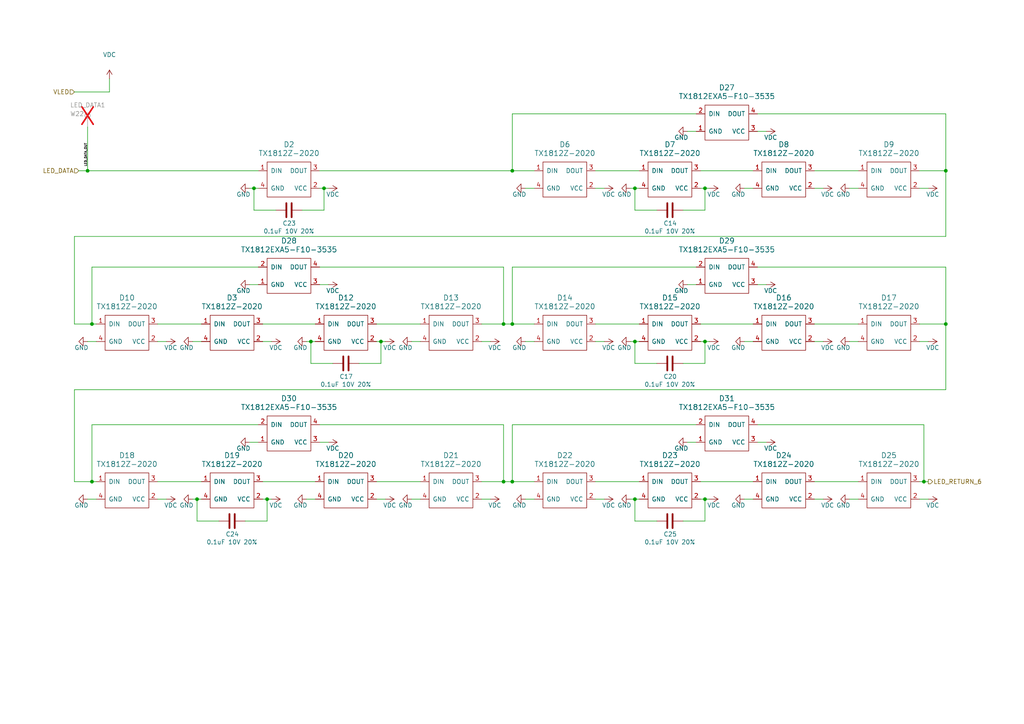
<source format=kicad_sch>
(kicad_sch (version 20231120) (generator "eeschema") (generator_version "8.0")
  (paper "A4")
  (title_block (title "Pixels D6 Schematic, Main") (date "2022-08-26") (rev "3") (company "Systemic Games, LLC") (comment 1 "LED Chain"))
  (lib_symbols
    (symbol "Device:C" (pin_numbers hide) (pin_names (offset 0.254))
      (property "Reference" "C" (at 0.635 2.54 0))
      (property "Value" "C" (at 0.635 -2.54 0))
      (symbol "C_0_1"
        (polyline (pts (xy -2.032 -0.762) (xy 2.032 -0.762)) (stroke (width 0.508)))
        (polyline (pts (xy -2.032 0.762) (xy 2.032 0.762)) (stroke (width 0.508)))
      )
      (symbol "C_1_1"
        (pin passive line (at 0 3.81 270) (length 2.794) (name "~") (number "1"))
        (pin passive line (at 0 -3.81 90) (length 2.794) (name "~") (number "2"))
      )
    )
    (symbol "Pixels-dice:TEST_1P-conn" (pin_numbers hide) (pin_names (offset 0.762) hide) (in_bom no)
      (property "Reference" "W" (at 0 6.858 0))
      (property "Value" "TEST_1P-conn" (at 0 5.08 0))
      (symbol "TEST_1P-conn_0_1"
        (circle (center 0 3.302) (radius 0.762))
      )
      (symbol "TEST_1P-conn_1_1"
        (pin passive line (at 0 0 90) (length 2.54) (name "1") (number "1"))
      )
    )
    (symbol "Pixels-dice:TX1812EXA5-F10-3535" (pin_names (offset 1.016))
      (property "Reference" "D" (at 0 -6.35 0))
      (property "Value" "TX1812EXA5-F10-3535" (at 0 6.35 0))
      (symbol "TX1812EXA5-F10-3535_0_1"
        (rectangle (start -6.35 5.08) (end 6.35 -5.08))
      )
      (symbol "TX1812EXA5-F10-3535_1_1"
        (pin power_in line (at -8.89 -2.54 0) (length 2.54) (name "GND") (number "1"))
        (pin input line (at -8.89 2.54 0) (length 2.54) (name "DIN") (number "2"))
        (pin power_in line (at 8.89 -2.54 180) (length 2.54) (name "VCC") (number "3"))
        (pin output line (at 8.89 2.54 180) (length 2.54) (name "DOUT") (number "4"))
      )
    )
    (symbol "Pixels-dice:TX1812Z_2020" (pin_names (offset 1.016))
      (property "Reference" "D" (at 0 -6.35 0))
      (property "Value" "TX1812Z-2020" (at 0 6.35 0))
      (symbol "TX1812Z_2020_0_1"
        (rectangle (start -6.35 5.08) (end 6.35 -5.08))
      )
      (symbol "TX1812Z_2020_1_1"
        (pin input line (at -8.89 2.54 0) (length 2.54) (name "DIN") (number "1"))
        (pin power_in line (at 8.89 -2.54 180) (length 2.54) (name "VCC") (number "2"))
        (pin output line (at 8.89 2.54 180) (length 2.54) (name "DOUT") (number "3"))
        (pin power_in line (at -8.89 -2.54 0) (length 2.54) (name "GND") (number "4"))
      )
    )
    (symbol "power:GND" (power) (pin_names (offset 0))
      (property "Value" "GND" (at 0 -3.81 0))
      (symbol "GND_0_1"
        (polyline (pts (xy 0 0) (xy 0 -1.27) (xy 1.27 -1.27) (xy 0 -2.54) (xy -1.27 -1.27) (xy 0 -1.27)))
      )
      (symbol "GND_1_1"
        (pin power_in line (at 0 0 270) (length 0) hide (name "GND") (number "1"))
      )
    )
    (symbol "power:VDC" (power) (pin_names (offset 0))
      (property "Value" "VDC" (at 0 6.35 0))
      (symbol "VDC_0_1"
        (polyline (pts (xy -0.762 1.27) (xy 0 2.54)))
        (polyline (pts (xy 0 0) (xy 0 2.54)))
        (polyline (pts (xy 0 2.54) (xy 0.762 1.27)))
      )
      (symbol "VDC_1_1"
        (pin power_in line (at 0 0 90) (length 0) hide (name "VDC") (number "1"))
      )
    )
  )
  (junction (at 90.17 99.06))
  (junction (at 274.32 93.98))
  (junction (at 184.15 54.61))
  (junction (at 204.47 144.78))
  (junction (at 148.59 139.7))
  (junction (at 184.15 99.06))
  (junction (at 184.15 144.78))
  (junction (at 73.66 54.61))
  (junction (at 267.97 139.7))
  (junction (at 204.47 99.06))
  (junction (at 25.4 49.53))
  (junction (at 148.59 93.98))
  (junction (at 57.15 144.78))
  (junction (at 26.67 139.7))
  (junction (at 146.05 93.98))
  (junction (at 146.05 139.7))
  (junction (at 110.49 99.06))
  (junction (at 26.67 93.98))
  (junction (at 204.47 54.61))
  (junction (at 274.32 49.53))
  (junction (at 77.47 144.78))
  (junction (at 93.98 54.61))
  (junction (at 148.59 49.53))
  (wire (pts (xy 274.32 33.02) (xy 274.32 49.53)))
  (wire (pts (xy 266.7 49.53) (xy 274.32 49.53)))
  (wire (pts (xy 76.2 144.78) (xy 77.47 144.78)))
  (wire (pts (xy 146.05 139.7) (xy 148.59 139.7)))
  (wire (pts (xy 92.71 77.47) (xy 146.05 77.47)))
  (wire (pts (xy 266.7 144.78) (xy 269.24 144.78)))
  (wire (pts (xy 172.72 54.61) (xy 175.26 54.61)))
  (wire (pts (xy 184.15 54.61) (xy 185.42 54.61)))
  (wire (pts (xy 21.59 113.03) (xy 21.59 139.7)))
  (wire (pts (xy 148.59 93.98) (xy 148.59 77.47)))
  (wire (pts (xy 274.32 49.53) (xy 274.32 68.58)))
  (wire (pts (xy 184.15 99.06) (xy 185.42 99.06)))
  (wire (pts (xy 219.71 123.19) (xy 267.97 123.19)))
  (wire (pts (xy 74.93 123.19) (xy 26.67 123.19)))
  (wire (pts (xy 266.7 54.61) (xy 269.24 54.61)))
  (wire (pts (xy 63.5 151.13) (xy 57.15 151.13)))
  (wire (pts (xy 148.59 139.7) (xy 154.94 139.7)))
  (wire (pts (xy 119.38 144.78) (xy 121.92 144.78)))
  (wire (pts (xy 203.2 49.53) (xy 218.44 49.53)))
  (wire (pts (xy 215.9 144.78) (xy 218.44 144.78)))
  (wire (pts (xy 76.2 99.06) (xy 78.74 99.06)))
  (wire (pts (xy 204.47 99.06) (xy 205.74 99.06)))
  (wire (pts (xy 203.2 139.7) (xy 218.44 139.7)))
  (wire (pts (xy 204.47 151.13) (xy 204.47 144.78)))
  (wire (pts (xy 72.39 82.55) (xy 74.93 82.55)))
  (wire (pts (xy 236.22 49.53) (xy 248.92 49.53)))
  (wire (pts (xy 109.22 93.98) (xy 121.92 93.98)))
  (wire (pts (xy 204.47 60.96) (xy 204.47 54.61)))
  (wire (pts (xy 25.4 36.83) (xy 25.4 49.53)))
  (wire (pts (xy 182.88 54.61) (xy 184.15 54.61)))
  (wire (pts (xy 90.17 105.41) (xy 90.17 99.06)))
  (wire (pts (xy 93.98 60.96) (xy 93.98 54.61)))
  (wire (pts (xy 148.59 33.02) (xy 201.93 33.02)))
  (wire (pts (xy 57.15 151.13) (xy 57.15 144.78)))
  (wire (pts (xy 109.22 99.06) (xy 110.49 99.06)))
  (wire (pts (xy 139.7 144.78) (xy 142.24 144.78)))
  (wire (pts (xy 26.67 139.7) (xy 27.94 139.7)))
  (wire (pts (xy 90.17 99.06) (xy 91.44 99.06)))
  (wire (pts (xy 21.59 139.7) (xy 26.67 139.7)))
  (wire (pts (xy 203.2 144.78) (xy 204.47 144.78)))
  (wire (pts (xy 93.98 54.61) (xy 95.25 54.61)))
  (wire (pts (xy 88.9 99.06) (xy 90.17 99.06)))
  (wire (pts (xy 274.32 113.03) (xy 21.59 113.03)))
  (wire (pts (xy 109.22 144.78) (xy 111.76 144.78)))
  (wire (pts (xy 72.39 54.61) (xy 73.66 54.61)))
  (wire (pts (xy 152.4 54.61) (xy 154.94 54.61)))
  (wire (pts (xy 73.66 60.96) (xy 73.66 54.61)))
  (wire (pts (xy 148.59 93.98) (xy 154.94 93.98)))
  (wire (pts (xy 219.71 77.47) (xy 274.32 77.47)))
  (wire (pts (xy 104.14 105.41) (xy 110.49 105.41)))
  (wire (pts (xy 21.59 93.98) (xy 26.67 93.98)))
  (wire (pts (xy 87.63 60.96) (xy 93.98 60.96)))
  (wire (pts (xy 45.72 93.98) (xy 58.42 93.98)))
  (wire (pts (xy 219.71 38.1) (xy 222.25 38.1)))
  (wire (pts (xy 55.88 99.06) (xy 58.42 99.06)))
  (wire (pts (xy 266.7 99.06) (xy 269.24 99.06)))
  (wire (pts (xy 76.2 93.98) (xy 91.44 93.98)))
  (wire (pts (xy 31.75 26.67) (xy 31.75 22.86)))
  (wire (pts (xy 204.47 105.41) (xy 204.47 99.06)))
  (wire (pts (xy 77.47 144.78) (xy 78.74 144.78)))
  (wire (pts (xy 172.72 99.06) (xy 175.26 99.06)))
  (wire (pts (xy 199.39 82.55) (xy 201.93 82.55)))
  (wire (pts (xy 182.88 99.06) (xy 184.15 99.06)))
  (wire (pts (xy 203.2 93.98) (xy 218.44 93.98)))
  (wire (pts (xy 45.72 99.06) (xy 48.26 99.06)))
  (wire (pts (xy 21.59 68.58) (xy 21.59 93.98)))
  (wire (pts (xy 76.2 139.7) (xy 91.44 139.7)))
  (wire (pts (xy 236.22 54.61) (xy 238.76 54.61)))
  (wire (pts (xy 184.15 151.13) (xy 184.15 144.78)))
  (wire (pts (xy 236.22 144.78) (xy 238.76 144.78)))
  (wire (pts (xy 92.71 82.55) (xy 95.25 82.55)))
  (wire (pts (xy 203.2 99.06) (xy 204.47 99.06)))
  (wire (pts (xy 109.22 139.7) (xy 121.92 139.7)))
  (wire (pts (xy 119.38 99.06) (xy 121.92 99.06)))
  (wire (pts (xy 172.72 144.78) (xy 175.26 144.78)))
  (wire (pts (xy 25.4 99.06) (xy 27.94 99.06)))
  (wire (pts (xy 25.4 49.53) (xy 74.93 49.53)))
  (wire (pts (xy 215.9 99.06) (xy 218.44 99.06)))
  (wire (pts (xy 71.12 151.13) (xy 77.47 151.13)))
  (wire (pts (xy 139.7 93.98) (xy 146.05 93.98)))
  (wire (pts (xy 57.15 144.78) (xy 58.42 144.78)))
  (wire (pts (xy 190.5 105.41) (xy 184.15 105.41)))
  (wire (pts (xy 236.22 93.98) (xy 248.92 93.98)))
  (wire (pts (xy 219.71 128.27) (xy 222.25 128.27)))
  (wire (pts (xy 72.39 128.27) (xy 74.93 128.27)))
  (wire (pts (xy 26.67 93.98) (xy 27.94 93.98)))
  (wire (pts (xy 92.71 128.27) (xy 95.25 128.27)))
  (wire (pts (xy 246.38 144.78) (xy 248.92 144.78)))
  (wire (pts (xy 215.9 54.61) (xy 218.44 54.61)))
  (wire (pts (xy 74.93 77.47) (xy 26.67 77.47)))
  (wire (pts (xy 267.97 139.7) (xy 269.24 139.7)))
  (wire (pts (xy 55.88 144.78) (xy 57.15 144.78)))
  (wire (pts (xy 184.15 144.78) (xy 185.42 144.78)))
  (wire (pts (xy 204.47 54.61) (xy 205.74 54.61)))
  (wire (pts (xy 219.71 82.55) (xy 222.25 82.55)))
  (wire (pts (xy 198.12 105.41) (xy 204.47 105.41)))
  (wire (pts (xy 198.12 60.96) (xy 204.47 60.96)))
  (wire (pts (xy 190.5 60.96) (xy 184.15 60.96)))
  (wire (pts (xy 148.59 49.53) (xy 154.94 49.53)))
  (wire (pts (xy 199.39 38.1) (xy 201.93 38.1)))
  (wire (pts (xy 92.71 54.61) (xy 93.98 54.61)))
  (wire (pts (xy 146.05 77.47) (xy 146.05 93.98)))
  (wire (pts (xy 45.72 144.78) (xy 48.26 144.78)))
  (wire (pts (xy 73.66 54.61) (xy 74.93 54.61)))
  (wire (pts (xy 25.4 144.78) (xy 27.94 144.78)))
  (wire (pts (xy 274.32 77.47) (xy 274.32 93.98)))
  (wire (pts (xy 172.72 139.7) (xy 185.42 139.7)))
  (wire (pts (xy 182.88 144.78) (xy 184.15 144.78)))
  (wire (pts (xy 148.59 123.19) (xy 201.93 123.19)))
  (wire (pts (xy 110.49 99.06) (xy 111.76 99.06)))
  (wire (pts (xy 22.86 49.53) (xy 25.4 49.53)))
  (wire (pts (xy 184.15 105.41) (xy 184.15 99.06)))
  (wire (pts (xy 92.71 123.19) (xy 146.05 123.19)))
  (wire (pts (xy 267.97 123.19) (xy 267.97 139.7)))
  (wire (pts (xy 172.72 49.53) (xy 185.42 49.53)))
  (wire (pts (xy 204.47 144.78) (xy 205.74 144.78)))
  (wire (pts (xy 92.71 49.53) (xy 148.59 49.53)))
  (wire (pts (xy 246.38 54.61) (xy 248.92 54.61)))
  (wire (pts (xy 198.12 151.13) (xy 204.47 151.13)))
  (wire (pts (xy 203.2 54.61) (xy 204.47 54.61)))
  (wire (pts (xy 148.59 77.47) (xy 201.93 77.47)))
  (wire (pts (xy 148.59 139.7) (xy 148.59 123.19)))
  (wire (pts (xy 219.71 33.02) (xy 274.32 33.02)))
  (wire (pts (xy 139.7 139.7) (xy 146.05 139.7)))
  (wire (pts (xy 146.05 123.19) (xy 146.05 139.7)))
  (wire (pts (xy 199.39 128.27) (xy 201.93 128.27)))
  (wire (pts (xy 88.9 144.78) (xy 91.44 144.78)))
  (wire (pts (xy 26.67 77.47) (xy 26.67 93.98)))
  (wire (pts (xy 146.05 93.98) (xy 148.59 93.98)))
  (wire (pts (xy 77.47 151.13) (xy 77.47 144.78)))
  (wire (pts (xy 21.59 26.67) (xy 31.75 26.67)))
  (wire (pts (xy 152.4 99.06) (xy 154.94 99.06)))
  (wire (pts (xy 26.67 123.19) (xy 26.67 139.7)))
  (wire (pts (xy 236.22 99.06) (xy 238.76 99.06)))
  (wire (pts (xy 152.4 144.78) (xy 154.94 144.78)))
  (wire (pts (xy 110.49 105.41) (xy 110.49 99.06)))
  (wire (pts (xy 80.01 60.96) (xy 73.66 60.96)))
  (wire (pts (xy 96.52 105.41) (xy 90.17 105.41)))
  (wire (pts (xy 172.72 93.98) (xy 185.42 93.98)))
  (wire (pts (xy 148.59 49.53) (xy 148.59 33.02)))
  (wire (pts (xy 139.7 99.06) (xy 142.24 99.06)))
  (wire (pts (xy 274.32 68.58) (xy 21.59 68.58)))
  (wire (pts (xy 266.7 139.7) (xy 267.97 139.7)))
  (wire (pts (xy 274.32 93.98) (xy 274.32 113.03)))
  (wire (pts (xy 236.22 139.7) (xy 248.92 139.7)))
  (wire (pts (xy 184.15 60.96) (xy 184.15 54.61)))
  (wire (pts (xy 45.72 139.7) (xy 58.42 139.7)))
  (wire (pts (xy 266.7 93.98) (xy 274.32 93.98)))
  (wire (pts (xy 246.38 99.06) (xy 248.92 99.06)))
  (wire (pts (xy 190.5 151.13) (xy 184.15 151.13)))
  (label "LED_DATA_OUT" (at 25.4 48.26 90) (effects (font (size 0.635 0.635))))
  (hierarchical_label "LED_RETURN_6" (shape output) (at 269.24 139.7 0))
  (hierarchical_label "LED_DATA" (shape input) (at 22.86 49.53 180))
  (hierarchical_label "VLED" (shape input) (at 21.59 26.67 180))
  (symbol (lib_id "Pixels-dice:TEST_1P-conn") (at 25.4 36.83 0) (unit 1) (in_bom no) (dnp yes)
    (property "Reference" "W22" (at 20.32 33.02 0) (effects (justify left)))
    (property "Value" "LED_DATA1" (at 20.32 30.48 0) (effects (justify left)))
    (property "Footprint" "Pixels-dice:TEST_PIN" (effects (hide yes)))
    (property "Generic OK" "N/A" (effects (hide yes)))
  )
  (symbol (lib_id "power:VDC") (at 31.75 22.86 0) (unit 1)
    (property "Reference" "#PWR0102" (effects (hide yes)))
    (property "Value" "VDC" (at 31.75 15.875 0))
  )
  (symbol (lib_id "power:VDC") (at 95.25 54.61 270) (unit 1)
    (property "Reference" "#PWR0103" (effects (hide yes)))
    (property "Value" "VDC" (at 96.52 56.388 90))
  )
  (symbol (lib_id "power:GND") (at 72.39 54.61 270) (unit 1)
    (property "Reference" "#PWR0105" (effects (hide yes)))
    (property "Value" "GND" (at 70.612 56.388 90))
  )
  (symbol (lib_id "Device:C") (at 83.82 60.96 90) (unit 1)
    (property "Reference" "C23" (at 85.852 64.77 90) (effects (justify left)))
    (property "Value" "0.1uF 10V 20%" (at 91.186 67.056 90) (effects (justify left)))
    (property "Footprint" "Capacitor_SMD:C_0402_1005Metric" (effects (hide yes)))
    (property "Generic OK" "YES" (effects (hide yes)))
    (property "Pixels Part Number" "SMD-C005" (effects (hide yes)))
    (property "Manufacturer" "Murata" (effects (hide yes)))
    (property "Manufacturer Part Number" "GRM155R61H104KE19D" (effects (hide yes)))
  )
  (symbol (lib_id "Pixels-dice:TX1812Z_2020") (at 130.81 142.24 0) (unit 1)
    (property "Reference" "D21" (at 130.81 132.08 0) (effects (font (size 1.524 1.524))))
    (property "Value" "TX1812Z-2020" (at 130.81 134.62 0) (effects (font (size 1.524 1.524))))
    (property "Footprint" "Pixels-dice:TX1812Z_2020" (effects (hide yes)))
    (property "Manufacturer" "TCWIN" (effects (hide yes)))
    (property "Manufacturer Part Number" "TX1812Z 2020" (effects (hide yes)))
  )
  (symbol (lib_id "power:GND") (at 119.38 144.78 270) (unit 1)
    (property "Reference" "#PWR090" (effects (hide yes)))
    (property "Value" "GND" (at 117.602 146.558 90))
  )
  (symbol (lib_id "power:VDC") (at 142.24 99.06 270) (unit 1)
    (property "Reference" "#PWR071" (effects (hide yes)))
    (property "Value" "VDC" (at 143.51 100.838 90))
  )
  (symbol (lib_id "power:GND") (at 119.38 99.06 270) (unit 1)
    (property "Reference" "#PWR070" (effects (hide yes)))
    (property "Value" "GND" (at 117.602 100.838 90))
  )
  (symbol (lib_id "power:VDC") (at 269.24 99.06 270) (unit 1)
    (property "Reference" "#PWR081" (effects (hide yes)))
    (property "Value" "VDC" (at 270.51 100.838 90))
  )
  (symbol (lib_id "Pixels-dice:TX1812EXA5-F10-3535") (at 83.82 80.01 0) (unit 1)
    (property "Reference" "D28" (at 83.82 69.85 0) (effects (font (size 1.524 1.524))))
    (property "Value" "TX1812EXA5-F10-3535" (at 83.82 72.39 0) (effects (font (size 1.524 1.524))))
    (property "Footprint" "Pixels-dice:TX1812EXA5-F10-3535" (effects (hide yes)))
  )
  (symbol (lib_id "power:VDC") (at 48.26 144.78 270) (unit 1)
    (property "Reference" "#PWR085" (effects (hide yes)))
    (property "Value" "VDC" (at 49.53 146.558 90))
  )
  (symbol (lib_id "Pixels-dice:TX1812Z_2020") (at 227.33 142.24 0) (unit 1)
    (property "Reference" "D24" (at 227.33 132.08 0) (effects (font (size 1.524 1.524))))
    (property "Value" "TX1812Z-2020" (at 227.33 134.62 0) (effects (font (size 1.524 1.524))))
    (property "Footprint" "Pixels-dice:TX1812Z_2020" (effects (hide yes)))
    (property "Manufacturer" "TCWIN" (effects (hide yes)))
    (property "Manufacturer Part Number" "TX1812Z 2020" (effects (hide yes)))
  )
  (symbol (lib_id "Pixels-dice:TX1812EXA5-F10-3535") (at 210.82 80.01 0) (unit 1)
    (property "Reference" "D29" (at 210.82 69.85 0) (effects (font (size 1.524 1.524))))
    (property "Value" "TX1812EXA5-F10-3535" (at 210.82 72.39 0) (effects (font (size 1.524 1.524))))
    (property "Footprint" "Pixels-dice:TX1812EXA5-F10-3535" (effects (hide yes)))
  )
  (symbol (lib_id "Device:C") (at 194.31 151.13 90) (unit 1)
    (property "Reference" "C25" (at 196.342 154.94 90) (effects (justify left)))
    (property "Value" "0.1uF 10V 20%" (at 201.676 157.226 90) (effects (justify left)))
    (property "Footprint" "Capacitor_SMD:C_0402_1005Metric" (effects (hide yes)))
    (property "Generic OK" "YES" (effects (hide yes)))
    (property "Pixels Part Number" "SMD-C005" (effects (hide yes)))
    (property "Manufacturer" "Murata" (effects (hide yes)))
    (property "Manufacturer Part Number" "GRM155R61H104KE19D" (effects (hide yes)))
  )
  (symbol (lib_id "power:VDC") (at 111.76 144.78 270) (unit 1)
    (property "Reference" "#PWR089" (effects (hide yes)))
    (property "Value" "VDC" (at 113.03 146.558 90))
  )
  (symbol (lib_id "power:GND") (at 72.39 128.27 270) (unit 1)
    (property "Reference" "#PWR082" (effects (hide yes)))
    (property "Value" "GND" (at 70.612 130.048 90))
  )
  (symbol (lib_id "power:VDC") (at 78.74 99.06 270) (unit 1)
    (property "Reference" "#PWR017" (effects (hide yes)))
    (property "Value" "VDC" (at 80.01 100.838 90))
  )
  (symbol (lib_id "Pixels-dice:TX1812Z_2020") (at 67.31 142.24 0) (unit 1)
    (property "Reference" "D19" (at 67.31 132.08 0) (effects (font (size 1.524 1.524))))
    (property "Value" "TX1812Z-2020" (at 67.31 134.62 0) (effects (font (size 1.524 1.524))))
    (property "Footprint" "Pixels-dice:TX1812Z_2020" (effects (hide yes)))
    (property "Manufacturer" "TCWIN" (effects (hide yes)))
    (property "Manufacturer Part Number" "TX1812Z 2020" (effects (hide yes)))
  )
  (symbol (lib_id "power:VDC") (at 238.76 144.78 270) (unit 1)
    (property "Reference" "#PWR099" (effects (hide yes)))
    (property "Value" "VDC" (at 240.03 146.558 90))
  )
  (symbol (lib_id "Pixels-dice:TX1812Z_2020") (at 130.81 96.52 0) (unit 1)
    (property "Reference" "D13" (at 130.81 86.36 0) (effects (font (size 1.524 1.524))))
    (property "Value" "TX1812Z-2020" (at 130.81 88.9 0) (effects (font (size 1.524 1.524))))
    (property "Footprint" "Pixels-dice:TX1812Z_2020" (effects (hide yes)))
    (property "Manufacturer" "TCWIN" (effects (hide yes)))
    (property "Manufacturer Part Number" "TX1812Z 2020" (effects (hide yes)))
  )
  (symbol (lib_id "power:VDC") (at 269.24 54.61 270) (unit 1)
    (property "Reference" "#PWR061" (effects (hide yes)))
    (property "Value" "VDC" (at 270.51 56.388 90))
  )
  (symbol (lib_id "power:VDC") (at 95.25 128.27 270) (unit 1)
    (property "Reference" "#PWR083" (effects (hide yes)))
    (property "Value" "VDC" (at 96.52 130.048 90))
  )
  (symbol (lib_id "Device:C") (at 194.31 60.96 90) (unit 1)
    (property "Reference" "C14" (at 196.342 64.77 90) (effects (justify left)))
    (property "Value" "0.1uF 10V 20%" (at 201.676 67.056 90) (effects (justify left)))
    (property "Footprint" "Capacitor_SMD:C_0402_1005Metric" (effects (hide yes)))
    (property "Generic OK" "YES" (effects (hide yes)))
    (property "Pixels Part Number" "SMD-C005" (effects (hide yes)))
    (property "Manufacturer" "Murata" (effects (hide yes)))
    (property "Manufacturer Part Number" "GRM155R61H104KE19D" (effects (hide yes)))
  )
  (symbol (lib_id "Pixels-dice:TX1812Z_2020") (at 100.33 96.52 0) (unit 1)
    (property "Reference" "D12" (at 100.33 86.36 0) (effects (font (size 1.524 1.524))))
    (property "Value" "TX1812Z-2020" (at 100.33 88.9 0) (effects (font (size 1.524 1.524))))
    (property "Footprint" "Pixels-dice:TX1812Z_2020" (effects (hide yes)))
    (property "Manufacturer" "TCWIN" (effects (hide yes)))
    (property "Manufacturer Part Number" "TX1812Z 2020" (effects (hide yes)))
  )
  (symbol (lib_id "power:VDC") (at 78.74 144.78 270) (unit 1)
    (property "Reference" "#PWR087" (effects (hide yes)))
    (property "Value" "VDC" (at 80.01 146.558 90))
  )
  (symbol (lib_id "power:VDC") (at 175.26 99.06 270) (unit 1)
    (property "Reference" "#PWR075" (effects (hide yes)))
    (property "Value" "VDC" (at 176.53 100.838 90))
  )
  (symbol (lib_id "Pixels-dice:TX1812Z_2020") (at 163.83 142.24 0) (unit 1)
    (property "Reference" "D22" (at 163.83 132.08 0) (effects (font (size 1.524 1.524))))
    (property "Value" "TX1812Z-2020" (at 163.83 134.62 0) (effects (font (size 1.524 1.524))))
    (property "Footprint" "Pixels-dice:TX1812Z_2020" (effects (hide yes)))
    (property "Manufacturer" "TCWIN" (effects (hide yes)))
    (property "Manufacturer Part Number" "TX1812Z 2020" (effects (hide yes)))
  )
  (symbol (lib_id "Pixels-dice:TX1812Z_2020") (at 163.83 96.52 0) (unit 1)
    (property "Reference" "D14" (at 163.83 86.36 0) (effects (font (size 1.524 1.524))))
    (property "Value" "TX1812Z-2020" (at 163.83 88.9 0) (effects (font (size 1.524 1.524))))
    (property "Footprint" "Pixels-dice:TX1812Z_2020" (effects (hide yes)))
    (property "Manufacturer" "TCWIN" (effects (hide yes)))
    (property "Manufacturer Part Number" "TX1812Z 2020" (effects (hide yes)))
  )
  (symbol (lib_id "Pixels-dice:TX1812Z_2020") (at 257.81 96.52 0) (unit 1)
    (property "Reference" "D17" (at 257.81 86.36 0) (effects (font (size 1.524 1.524))))
    (property "Value" "TX1812Z-2020" (at 257.81 88.9 0) (effects (font (size 1.524 1.524))))
    (property "Footprint" "Pixels-dice:TX1812Z_2020" (effects (hide yes)))
    (property "Manufacturer" "TCWIN" (effects (hide yes)))
    (property "Manufacturer Part Number" "TX1812Z 2020" (effects (hide yes)))
  )
  (symbol (lib_id "power:GND") (at 182.88 99.06 270) (unit 1)
    (property "Reference" "#PWR076" (effects (hide yes)))
    (property "Value" "GND" (at 181.102 100.838 90))
  )
  (symbol (lib_id "power:GND") (at 25.4 144.78 270) (unit 1)
    (property "Reference" "#PWR084" (effects (hide yes)))
    (property "Value" "GND" (at 23.622 146.558 90))
  )
  (symbol (lib_id "power:GND") (at 88.9 99.06 270) (unit 1)
    (property "Reference" "#PWR068" (effects (hide yes)))
    (property "Value" "GND" (at 87.122 100.838 90))
  )
  (symbol (lib_id "power:GND") (at 215.9 54.61 270) (unit 1)
    (property "Reference" "#PWR054" (effects (hide yes)))
    (property "Value" "GND" (at 214.122 56.388 90))
  )
  (symbol (lib_id "power:GND") (at 246.38 54.61 270) (unit 1)
    (property "Reference" "#PWR056" (effects (hide yes)))
    (property "Value" "GND" (at 244.602 56.388 90))
  )
  (symbol (lib_id "Pixels-dice:TX1812Z_2020") (at 227.33 96.52 0) (unit 1)
    (property "Reference" "D16" (at 227.33 86.36 0) (effects (font (size 1.524 1.524))))
    (property "Value" "TX1812Z-2020" (at 227.33 88.9 0) (effects (font (size 1.524 1.524))))
    (property "Footprint" "Pixels-dice:TX1812Z_2020" (effects (hide yes)))
    (property "Manufacturer" "TCWIN" (effects (hide yes)))
    (property "Manufacturer Part Number" "TX1812Z 2020" (effects (hide yes)))
  )
  (symbol (lib_id "power:VDC") (at 222.25 128.27 270) (unit 1)
    (property "Reference" "#PWR093" (effects (hide yes)))
    (property "Value" "VDC" (at 223.52 130.048 90))
  )
  (symbol (lib_id "power:VDC") (at 48.26 99.06 270) (unit 1)
    (property "Reference" "#PWR065" (effects (hide yes)))
    (property "Value" "VDC" (at 49.53 100.838 90))
  )
  (symbol (lib_id "Pixels-dice:TX1812Z_2020") (at 36.83 96.52 0) (unit 1)
    (property "Reference" "D10" (at 36.83 86.36 0) (effects (font (size 1.524 1.524))))
    (property "Value" "TX1812Z-2020" (at 36.83 88.9 0) (effects (font (size 1.524 1.524))))
    (property "Footprint" "Pixels-dice:TX1812Z_2020" (effects (hide yes)))
    (property "Manufacturer" "TCWIN" (effects (hide yes)))
    (property "Manufacturer Part Number" "TX1812Z 2020" (effects (hide yes)))
  )
  (symbol (lib_id "power:VDC") (at 222.25 38.1 270) (unit 1)
    (property "Reference" "#PWR042" (effects (hide yes)))
    (property "Value" "VDC" (at 223.52 39.878 90))
  )
  (symbol (lib_id "power:GND") (at 182.88 144.78 270) (unit 1)
    (property "Reference" "#PWR096" (effects (hide yes)))
    (property "Value" "GND" (at 181.102 146.558 90))
  )
  (symbol (lib_id "Pixels-dice:TX1812Z_2020") (at 257.81 52.07 0) (unit 1)
    (property "Reference" "D9" (at 257.81 41.91 0) (effects (font (size 1.524 1.524))))
    (property "Value" "TX1812Z-2020" (at 257.81 44.45 0) (effects (font (size 1.524 1.524))))
    (property "Footprint" "Pixels-dice:TX1812Z_2020" (effects (hide yes)))
    (property "Manufacturer" "TCWIN" (effects (hide yes)))
    (property "Manufacturer Part Number" "TX1812Z 2020" (effects (hide yes)))
  )
  (symbol (lib_id "Pixels-dice:TX1812EXA5-F10-3535") (at 210.82 125.73 0) (unit 1)
    (property "Reference" "D31" (at 210.82 115.57 0) (effects (font (size 1.524 1.524))))
    (property "Value" "TX1812EXA5-F10-3535" (at 210.82 118.11 0) (effects (font (size 1.524 1.524))))
    (property "Footprint" "Pixels-dice:TX1812EXA5-F10-3535" (effects (hide yes)))
  )
  (symbol (lib_id "Pixels-dice:TX1812Z_2020") (at 163.83 52.07 0) (unit 1)
    (property "Reference" "D6" (at 163.83 41.91 0) (effects (font (size 1.524 1.524))))
    (property "Value" "TX1812Z-2020" (at 163.83 44.45 0) (effects (font (size 1.524 1.524))))
    (property "Footprint" "Pixels-dice:TX1812Z_2020" (effects (hide yes)))
    (property "Manufacturer" "TCWIN" (effects (hide yes)))
    (property "Manufacturer Part Number" "TX1812Z 2020" (effects (hide yes)))
  )
  (symbol (lib_id "Pixels-dice:TX1812Z_2020") (at 83.82 52.07 0) (unit 1)
    (property "Reference" "D2" (at 83.82 41.91 0) (effects (font (size 1.524 1.524))))
    (property "Value" "TX1812Z-2020" (at 83.82 44.45 0) (effects (font (size 1.524 1.524))))
    (property "Footprint" "Pixels-dice:TX1812Z_2020" (effects (hide yes)))
    (property "Manufacturer" "TCWIN" (effects (hide yes)))
    (property "Manufacturer Part Number" "TX1812Z 2020" (effects (hide yes)))
  )
  (symbol (lib_id "power:GND") (at 199.39 38.1 270) (unit 1)
    (property "Reference" "#PWR035" (effects (hide yes)))
    (property "Value" "GND" (at 197.612 39.878 90))
  )
  (symbol (lib_id "power:VDC") (at 238.76 99.06 270) (unit 1)
    (property "Reference" "#PWR079" (effects (hide yes)))
    (property "Value" "VDC" (at 240.03 100.838 90))
  )
  (symbol (lib_id "Pixels-dice:TX1812Z_2020") (at 100.33 142.24 0) (unit 1)
    (property "Reference" "D20" (at 100.33 132.08 0) (effects (font (size 1.524 1.524))))
    (property "Value" "TX1812Z-2020" (at 100.33 134.62 0) (effects (font (size 1.524 1.524))))
    (property "Footprint" "Pixels-dice:TX1812Z_2020" (effects (hide yes)))
    (property "Manufacturer" "TCWIN" (effects (hide yes)))
    (property "Manufacturer Part Number" "TX1812Z 2020" (effects (hide yes)))
  )
  (symbol (lib_id "power:VDC") (at 205.74 54.61 270) (unit 1)
    (property "Reference" "#PWR053" (effects (hide yes)))
    (property "Value" "VDC" (at 207.01 56.388 90))
  )
  (symbol (lib_id "Device:C") (at 100.33 105.41 90) (unit 1)
    (property "Reference" "C17" (at 102.362 109.22 90) (effects (justify left)))
    (property "Value" "0.1uF 10V 20%" (at 107.696 111.506 90) (effects (justify left)))
    (property "Footprint" "Capacitor_SMD:C_0402_1005Metric" (effects (hide yes)))
    (property "Generic OK" "YES" (effects (hide yes)))
    (property "Pixels Part Number" "SMD-C005" (effects (hide yes)))
    (property "Manufacturer" "Murata" (effects (hide yes)))
    (property "Manufacturer Part Number" "GRM155R61H104KE19D" (effects (hide yes)))
  )
  (symbol (lib_id "power:VDC") (at 205.74 144.78 270) (unit 1)
    (property "Reference" "#PWR097" (effects (hide yes)))
    (property "Value" "VDC" (at 207.01 146.558 90))
  )
  (symbol (lib_id "Device:C") (at 194.31 105.41 90) (unit 1)
    (property "Reference" "C20" (at 196.342 109.22 90) (effects (justify left)))
    (property "Value" "0.1uF 10V 20%" (at 201.676 111.506 90) (effects (justify left)))
    (property "Footprint" "Capacitor_SMD:C_0402_1005Metric" (effects (hide yes)))
    (property "Generic OK" "YES" (effects (hide yes)))
    (property "Pixels Part Number" "SMD-C005" (effects (hide yes)))
    (property "Manufacturer" "Murata" (effects (hide yes)))
    (property "Manufacturer Part Number" "GRM155R61H104KE19D" (effects (hide yes)))
  )
  (symbol (lib_id "Pixels-dice:TX1812Z_2020") (at 67.31 96.52 0) (unit 1)
    (property "Reference" "D3" (at 67.31 86.36 0) (effects (font (size 1.524 1.524))))
    (property "Value" "TX1812Z-2020" (at 67.31 88.9 0) (effects (font (size 1.524 1.524))))
    (property "Footprint" "Pixels-dice:TX1812Z_2020" (effects (hide yes)))
    (property "Manufacturer" "TCWIN" (effects (hide yes)))
    (property "Manufacturer Part Number" "TX1812Z 2020" (effects (hide yes)))
  )
  (symbol (lib_id "power:GND") (at 246.38 144.78 270) (unit 1)
    (property "Reference" "#PWR0100" (effects (hide yes)))
    (property "Value" "GND" (at 244.602 146.558 90))
  )
  (symbol (lib_id "power:GND") (at 199.39 128.27 270) (unit 1)
    (property "Reference" "#PWR092" (effects (hide yes)))
    (property "Value" "GND" (at 197.612 130.048 90))
  )
  (symbol (lib_id "Pixels-dice:TX1812Z_2020") (at 194.31 142.24 0) (unit 1)
    (property "Reference" "D23" (at 194.31 132.08 0) (effects (font (size 1.524 1.524))))
    (property "Value" "TX1812Z-2020" (at 194.31 134.62 0) (effects (font (size 1.524 1.524))))
    (property "Footprint" "Pixels-dice:TX1812Z_2020" (effects (hide yes)))
    (property "Manufacturer" "TCWIN" (effects (hide yes)))
    (property "Manufacturer Part Number" "TX1812Z 2020" (effects (hide yes)))
  )
  (symbol (lib_id "power:VDC") (at 175.26 54.61 270) (unit 1)
    (property "Reference" "#PWR044" (effects (hide yes)))
    (property "Value" "VDC" (at 176.53 56.388 90))
  )
  (symbol (lib_id "power:GND") (at 215.9 99.06 270) (unit 1)
    (property "Reference" "#PWR078" (effects (hide yes)))
    (property "Value" "GND" (at 214.122 100.838 90))
  )
  (symbol (lib_id "power:VDC") (at 222.25 82.55 270) (unit 1)
    (property "Reference" "#PWR073" (effects (hide yes)))
    (property "Value" "VDC" (at 223.52 84.328 90))
  )
  (symbol (lib_id "Pixels-dice:TX1812EXA5-F10-3535") (at 210.82 35.56 0) (unit 1)
    (property "Reference" "D27" (at 210.82 25.4 0) (effects (font (size 1.524 1.524))))
    (property "Value" "TX1812EXA5-F10-3535" (at 210.82 27.94 0) (effects (font (size 1.524 1.524))))
    (property "Footprint" "Pixels-dice:TX1812EXA5-F10-3535" (effects (hide yes)))
  )
  (symbol (lib_id "power:GND") (at 55.88 144.78 270) (unit 1)
    (property "Reference" "#PWR086" (effects (hide yes)))
    (property "Value" "GND" (at 54.102 146.558 90))
  )
  (symbol (lib_id "power:VDC") (at 269.24 144.78 270) (unit 1)
    (property "Reference" "#PWR0124" (effects (hide yes)))
    (property "Value" "VDC" (at 270.51 146.558 90))
  )
  (symbol (lib_id "power:GND") (at 152.4 54.61 270) (unit 1)
    (property "Reference" "#PWR043" (effects (hide yes)))
    (property "Value" "GND" (at 150.622 56.388 90))
  )
  (symbol (lib_id "power:GND") (at 246.38 99.06 270) (unit 1)
    (property "Reference" "#PWR080" (effects (hide yes)))
    (property "Value" "GND" (at 244.602 100.838 90))
  )
  (symbol (lib_id "Pixels-dice:TX1812Z_2020") (at 227.33 52.07 0) (unit 1)
    (property "Reference" "D8" (at 227.33 41.91 0) (effects (font (size 1.524 1.524))))
    (property "Value" "TX1812Z-2020" (at 227.33 44.45 0) (effects (font (size 1.524 1.524))))
    (property "Footprint" "Pixels-dice:TX1812Z_2020" (effects (hide yes)))
    (property "Manufacturer" "TCWIN" (effects (hide yes)))
    (property "Manufacturer Part Number" "TX1812Z 2020" (effects (hide yes)))
  )
  (symbol (lib_id "power:VDC") (at 238.76 54.61 270) (unit 1)
    (property "Reference" "#PWR055" (effects (hide yes)))
    (property "Value" "VDC" (at 240.03 56.388 90))
  )
  (symbol (lib_id "power:GND") (at 182.88 54.61 270) (unit 1)
    (property "Reference" "#PWR049" (effects (hide yes)))
    (property "Value" "GND" (at 181.102 56.388 90))
  )
  (symbol (lib_id "power:VDC") (at 175.26 144.78 270) (unit 1)
    (property "Reference" "#PWR095" (effects (hide yes)))
    (property "Value" "VDC" (at 176.53 146.558 90))
  )
  (symbol (lib_id "power:VDC") (at 142.24 144.78 270) (unit 1)
    (property "Reference" "#PWR091" (effects (hide yes)))
    (property "Value" "VDC" (at 143.51 146.558 90))
  )
  (symbol (lib_id "power:GND") (at 88.9 144.78 270) (unit 1)
    (property "Reference" "#PWR088" (effects (hide yes)))
    (property "Value" "GND" (at 87.122 146.558 90))
  )
  (symbol (lib_id "power:GND") (at 152.4 99.06 270) (unit 1)
    (property "Reference" "#PWR074" (effects (hide yes)))
    (property "Value" "GND" (at 150.622 100.838 90))
  )
  (symbol (lib_id "power:GND") (at 215.9 144.78 270) (unit 1)
    (property "Reference" "#PWR098" (effects (hide yes)))
    (property "Value" "GND" (at 214.122 146.558 90))
  )
  (symbol (lib_id "power:VDC") (at 111.76 99.06 270) (unit 1)
    (property "Reference" "#PWR069" (effects (hide yes)))
    (property "Value" "VDC" (at 113.03 100.838 90))
  )
  (symbol (lib_id "power:VDC") (at 95.25 82.55 270) (unit 1)
    (property "Reference" "#PWR063" (effects (hide yes)))
    (property "Value" "VDC" (at 96.52 84.328 90))
  )
  (symbol (lib_id "power:GND") (at 25.4 99.06 270) (unit 1)
    (property "Reference" "#PWR064" (effects (hide yes)))
    (property "Value" "GND" (at 23.622 100.838 90))
  )
  (symbol (lib_id "Pixels-dice:TX1812Z_2020") (at 194.31 52.07 0) (unit 1)
    (property "Reference" "D7" (at 194.31 41.91 0) (effects (font (size 1.524 1.524))))
    (property "Value" "TX1812Z-2020" (at 194.31 44.45 0) (effects (font (size 1.524 1.524))))
    (property "Footprint" "Pixels-dice:TX1812Z_2020" (effects (hide yes)))
    (property "Manufacturer" "TCWIN" (effects (hide yes)))
    (property "Manufacturer Part Number" "TX1812Z 2020" (effects (hide yes)))
  )
  (symbol (lib_id "Pixels-dice:TX1812EXA5-F10-3535") (at 83.82 125.73 0) (unit 1)
    (property "Reference" "D30" (at 83.82 115.57 0) (effects (font (size 1.524 1.524))))
    (property "Value" "TX1812EXA5-F10-3535" (at 83.82 118.11 0) (effects (font (size 1.524 1.524))))
    (property "Footprint" "Pixels-dice:TX1812EXA5-F10-3535" (effects (hide yes)))
  )
  (symbol (lib_id "power:GND") (at 152.4 144.78 270) (unit 1)
    (property "Reference" "#PWR094" (effects (hide yes)))
    (property "Value" "GND" (at 150.622 146.558 90))
  )
  (symbol (lib_id "power:GND") (at 199.39 82.55 270) (unit 1)
    (property "Reference" "#PWR072" (effects (hide yes)))
    (property "Value" "GND" (at 197.612 84.328 90))
  )
  (symbol (lib_id "Device:C") (at 67.31 151.13 90) (unit 1)
    (property "Reference" "C24" (at 69.342 154.94 90) (effects (justify left)))
    (property "Value" "0.1uF 10V 20%" (at 74.676 157.226 90) (effects (justify left)))
    (property "Footprint" "Capacitor_SMD:C_0402_1005Metric" (effects (hide yes)))
    (property "Generic OK" "YES" (effects (hide yes)))
    (property "Pixels Part Number" "SMD-C005" (effects (hide yes)))
    (property "Manufacturer" "Murata" (effects (hide yes)))
    (property "Manufacturer Part Number" "GRM155R61H104KE19D" (effects (hide yes)))
  )
  (symbol (lib_id "power:VDC") (at 205.74 99.06 270) (unit 1)
    (property "Reference" "#PWR077" (effects (hide yes)))
    (property "Value" "VDC" (at 207.01 100.838 90))
  )
  (symbol (lib_id "Pixels-dice:TX1812Z_2020") (at 36.83 142.24 0) (unit 1)
    (property "Reference" "D18" (at 36.83 132.08 0) (effects (font (size 1.524 1.524))))
    (property "Value" "TX1812Z-2020" (at 36.83 134.62 0) (effects (font (size 1.524 1.524))))
    (property "Footprint" "Pixels-dice:TX1812Z_2020" (effects (hide yes)))
    (property "Manufacturer" "TCWIN" (effects (hide yes)))
    (property "Manufacturer Part Number" "TX1812Z 2020" (effects (hide yes)))
  )
  (symbol (lib_id "power:GND") (at 72.39 82.55 270) (unit 1)
    (property "Reference" "#PWR062" (effects (hide yes)))
    (property "Value" "GND" (at 70.612 84.328 90))
  )
  (symbol (lib_id "Pixels-dice:TX1812Z_2020") (at 257.81 142.24 0) (unit 1)
    (property "Reference" "D25" (at 257.81 132.08 0) (effects (font (size 1.524 1.524))))
    (property "Value" "TX1812Z-2020" (at 257.81 134.62 0) (effects (font (size 1.524 1.524))))
    (property "Footprint" "Pixels-dice:TX1812Z_2020" (effects (hide yes)))
    (property "Manufacturer" "TCWIN" (effects (hide yes)))
    (property "Manufacturer Part Number" "TX1812Z 2020" (effects (hide yes)))
  )
  (symbol (lib_id "power:GND") (at 55.88 99.06 270) (unit 1)
    (property "Reference" "#PWR012" (effects (hide yes)))
    (property "Value" "GND" (at 54.102 100.838 90))
  )
  (symbol (lib_id "Pixels-dice:TX1812Z_2020") (at 194.31 96.52 0) (unit 1)
    (property "Reference" "D15" (at 194.31 86.36 0) (effects (font (size 1.524 1.524))))
    (property "Value" "TX1812Z-2020" (at 194.31 88.9 0) (effects (font (size 1.524 1.524))))
    (property "Footprint" "Pixels-dice:TX1812Z_2020" (effects (hide yes)))
    (property "Manufacturer" "TCWIN" (effects (hide yes)))
    (property "Manufacturer Part Number" "TX1812Z 2020" (effects (hide yes)))
  )
)
</source>
